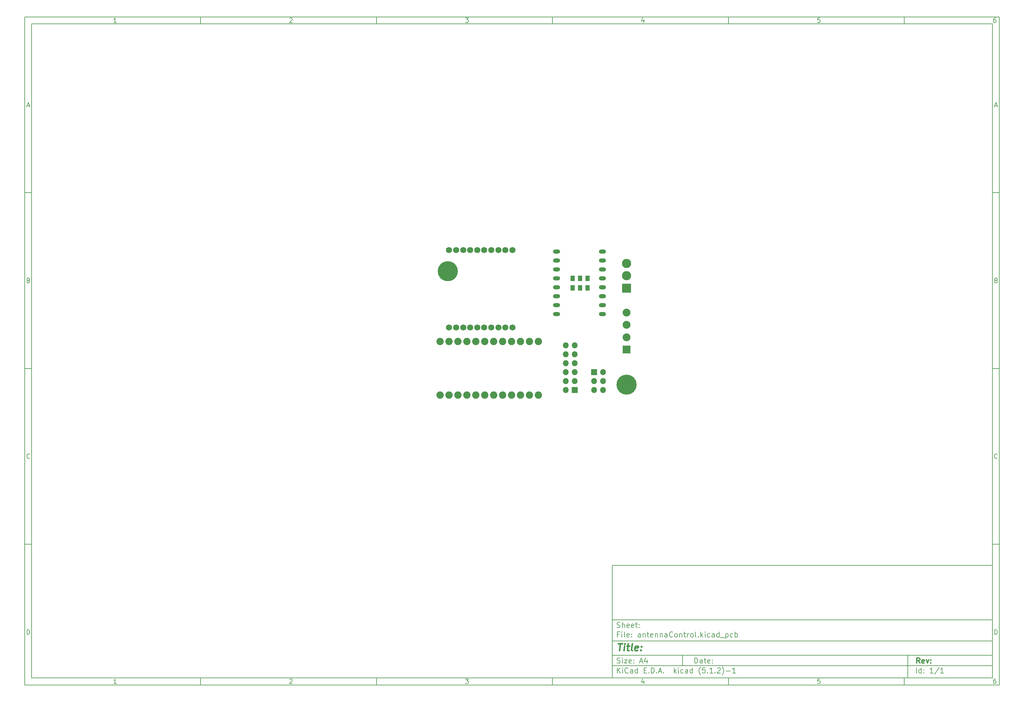
<source format=gbr>
G04 #@! TF.GenerationSoftware,KiCad,Pcbnew,(5.1.2)-1*
G04 #@! TF.CreationDate,2019-05-31T19:05:37+02:00*
G04 #@! TF.ProjectId,antennaControl,616e7465-6e6e-4614-936f-6e74726f6c2e,rev?*
G04 #@! TF.SameCoordinates,Original*
G04 #@! TF.FileFunction,Soldermask,Top*
G04 #@! TF.FilePolarity,Negative*
%FSLAX46Y46*%
G04 Gerber Fmt 4.6, Leading zero omitted, Abs format (unit mm)*
G04 Created by KiCad (PCBNEW (5.1.2)-1) date 2019-05-31 19:05:37*
%MOMM*%
%LPD*%
G04 APERTURE LIST*
%ADD10C,0.100000*%
%ADD11C,0.150000*%
%ADD12C,0.300000*%
%ADD13C,0.400000*%
%ADD14C,5.700000*%
%ADD15C,1.727200*%
%ADD16C,2.082800*%
%ADD17R,2.616200X2.616200*%
%ADD18C,2.616200*%
%ADD19O,2.000000X1.200000*%
%ADD20R,1.700000X1.700000*%
%ADD21O,1.700000X1.700000*%
%ADD22R,1.300000X1.500000*%
%ADD23R,2.235200X2.235200*%
%ADD24C,2.235200*%
G04 APERTURE END LIST*
D10*
D11*
X177002200Y-166007200D02*
X177002200Y-198007200D01*
X285002200Y-198007200D01*
X285002200Y-166007200D01*
X177002200Y-166007200D01*
D10*
D11*
X10000000Y-10000000D02*
X10000000Y-200007200D01*
X287002200Y-200007200D01*
X287002200Y-10000000D01*
X10000000Y-10000000D01*
D10*
D11*
X12000000Y-12000000D02*
X12000000Y-198007200D01*
X285002200Y-198007200D01*
X285002200Y-12000000D01*
X12000000Y-12000000D01*
D10*
D11*
X60000000Y-12000000D02*
X60000000Y-10000000D01*
D10*
D11*
X110000000Y-12000000D02*
X110000000Y-10000000D01*
D10*
D11*
X160000000Y-12000000D02*
X160000000Y-10000000D01*
D10*
D11*
X210000000Y-12000000D02*
X210000000Y-10000000D01*
D10*
D11*
X260000000Y-12000000D02*
X260000000Y-10000000D01*
D10*
D11*
X36065476Y-11588095D02*
X35322619Y-11588095D01*
X35694047Y-11588095D02*
X35694047Y-10288095D01*
X35570238Y-10473809D01*
X35446428Y-10597619D01*
X35322619Y-10659523D01*
D10*
D11*
X85322619Y-10411904D02*
X85384523Y-10350000D01*
X85508333Y-10288095D01*
X85817857Y-10288095D01*
X85941666Y-10350000D01*
X86003571Y-10411904D01*
X86065476Y-10535714D01*
X86065476Y-10659523D01*
X86003571Y-10845238D01*
X85260714Y-11588095D01*
X86065476Y-11588095D01*
D10*
D11*
X135260714Y-10288095D02*
X136065476Y-10288095D01*
X135632142Y-10783333D01*
X135817857Y-10783333D01*
X135941666Y-10845238D01*
X136003571Y-10907142D01*
X136065476Y-11030952D01*
X136065476Y-11340476D01*
X136003571Y-11464285D01*
X135941666Y-11526190D01*
X135817857Y-11588095D01*
X135446428Y-11588095D01*
X135322619Y-11526190D01*
X135260714Y-11464285D01*
D10*
D11*
X185941666Y-10721428D02*
X185941666Y-11588095D01*
X185632142Y-10226190D02*
X185322619Y-11154761D01*
X186127380Y-11154761D01*
D10*
D11*
X236003571Y-10288095D02*
X235384523Y-10288095D01*
X235322619Y-10907142D01*
X235384523Y-10845238D01*
X235508333Y-10783333D01*
X235817857Y-10783333D01*
X235941666Y-10845238D01*
X236003571Y-10907142D01*
X236065476Y-11030952D01*
X236065476Y-11340476D01*
X236003571Y-11464285D01*
X235941666Y-11526190D01*
X235817857Y-11588095D01*
X235508333Y-11588095D01*
X235384523Y-11526190D01*
X235322619Y-11464285D01*
D10*
D11*
X285941666Y-10288095D02*
X285694047Y-10288095D01*
X285570238Y-10350000D01*
X285508333Y-10411904D01*
X285384523Y-10597619D01*
X285322619Y-10845238D01*
X285322619Y-11340476D01*
X285384523Y-11464285D01*
X285446428Y-11526190D01*
X285570238Y-11588095D01*
X285817857Y-11588095D01*
X285941666Y-11526190D01*
X286003571Y-11464285D01*
X286065476Y-11340476D01*
X286065476Y-11030952D01*
X286003571Y-10907142D01*
X285941666Y-10845238D01*
X285817857Y-10783333D01*
X285570238Y-10783333D01*
X285446428Y-10845238D01*
X285384523Y-10907142D01*
X285322619Y-11030952D01*
D10*
D11*
X60000000Y-198007200D02*
X60000000Y-200007200D01*
D10*
D11*
X110000000Y-198007200D02*
X110000000Y-200007200D01*
D10*
D11*
X160000000Y-198007200D02*
X160000000Y-200007200D01*
D10*
D11*
X210000000Y-198007200D02*
X210000000Y-200007200D01*
D10*
D11*
X260000000Y-198007200D02*
X260000000Y-200007200D01*
D10*
D11*
X36065476Y-199595295D02*
X35322619Y-199595295D01*
X35694047Y-199595295D02*
X35694047Y-198295295D01*
X35570238Y-198481009D01*
X35446428Y-198604819D01*
X35322619Y-198666723D01*
D10*
D11*
X85322619Y-198419104D02*
X85384523Y-198357200D01*
X85508333Y-198295295D01*
X85817857Y-198295295D01*
X85941666Y-198357200D01*
X86003571Y-198419104D01*
X86065476Y-198542914D01*
X86065476Y-198666723D01*
X86003571Y-198852438D01*
X85260714Y-199595295D01*
X86065476Y-199595295D01*
D10*
D11*
X135260714Y-198295295D02*
X136065476Y-198295295D01*
X135632142Y-198790533D01*
X135817857Y-198790533D01*
X135941666Y-198852438D01*
X136003571Y-198914342D01*
X136065476Y-199038152D01*
X136065476Y-199347676D01*
X136003571Y-199471485D01*
X135941666Y-199533390D01*
X135817857Y-199595295D01*
X135446428Y-199595295D01*
X135322619Y-199533390D01*
X135260714Y-199471485D01*
D10*
D11*
X185941666Y-198728628D02*
X185941666Y-199595295D01*
X185632142Y-198233390D02*
X185322619Y-199161961D01*
X186127380Y-199161961D01*
D10*
D11*
X236003571Y-198295295D02*
X235384523Y-198295295D01*
X235322619Y-198914342D01*
X235384523Y-198852438D01*
X235508333Y-198790533D01*
X235817857Y-198790533D01*
X235941666Y-198852438D01*
X236003571Y-198914342D01*
X236065476Y-199038152D01*
X236065476Y-199347676D01*
X236003571Y-199471485D01*
X235941666Y-199533390D01*
X235817857Y-199595295D01*
X235508333Y-199595295D01*
X235384523Y-199533390D01*
X235322619Y-199471485D01*
D10*
D11*
X285941666Y-198295295D02*
X285694047Y-198295295D01*
X285570238Y-198357200D01*
X285508333Y-198419104D01*
X285384523Y-198604819D01*
X285322619Y-198852438D01*
X285322619Y-199347676D01*
X285384523Y-199471485D01*
X285446428Y-199533390D01*
X285570238Y-199595295D01*
X285817857Y-199595295D01*
X285941666Y-199533390D01*
X286003571Y-199471485D01*
X286065476Y-199347676D01*
X286065476Y-199038152D01*
X286003571Y-198914342D01*
X285941666Y-198852438D01*
X285817857Y-198790533D01*
X285570238Y-198790533D01*
X285446428Y-198852438D01*
X285384523Y-198914342D01*
X285322619Y-199038152D01*
D10*
D11*
X10000000Y-60000000D02*
X12000000Y-60000000D01*
D10*
D11*
X10000000Y-110000000D02*
X12000000Y-110000000D01*
D10*
D11*
X10000000Y-160000000D02*
X12000000Y-160000000D01*
D10*
D11*
X10690476Y-35216666D02*
X11309523Y-35216666D01*
X10566666Y-35588095D02*
X11000000Y-34288095D01*
X11433333Y-35588095D01*
D10*
D11*
X11092857Y-84907142D02*
X11278571Y-84969047D01*
X11340476Y-85030952D01*
X11402380Y-85154761D01*
X11402380Y-85340476D01*
X11340476Y-85464285D01*
X11278571Y-85526190D01*
X11154761Y-85588095D01*
X10659523Y-85588095D01*
X10659523Y-84288095D01*
X11092857Y-84288095D01*
X11216666Y-84350000D01*
X11278571Y-84411904D01*
X11340476Y-84535714D01*
X11340476Y-84659523D01*
X11278571Y-84783333D01*
X11216666Y-84845238D01*
X11092857Y-84907142D01*
X10659523Y-84907142D01*
D10*
D11*
X11402380Y-135464285D02*
X11340476Y-135526190D01*
X11154761Y-135588095D01*
X11030952Y-135588095D01*
X10845238Y-135526190D01*
X10721428Y-135402380D01*
X10659523Y-135278571D01*
X10597619Y-135030952D01*
X10597619Y-134845238D01*
X10659523Y-134597619D01*
X10721428Y-134473809D01*
X10845238Y-134350000D01*
X11030952Y-134288095D01*
X11154761Y-134288095D01*
X11340476Y-134350000D01*
X11402380Y-134411904D01*
D10*
D11*
X10659523Y-185588095D02*
X10659523Y-184288095D01*
X10969047Y-184288095D01*
X11154761Y-184350000D01*
X11278571Y-184473809D01*
X11340476Y-184597619D01*
X11402380Y-184845238D01*
X11402380Y-185030952D01*
X11340476Y-185278571D01*
X11278571Y-185402380D01*
X11154761Y-185526190D01*
X10969047Y-185588095D01*
X10659523Y-185588095D01*
D10*
D11*
X287002200Y-60000000D02*
X285002200Y-60000000D01*
D10*
D11*
X287002200Y-110000000D02*
X285002200Y-110000000D01*
D10*
D11*
X287002200Y-160000000D02*
X285002200Y-160000000D01*
D10*
D11*
X285692676Y-35216666D02*
X286311723Y-35216666D01*
X285568866Y-35588095D02*
X286002200Y-34288095D01*
X286435533Y-35588095D01*
D10*
D11*
X286095057Y-84907142D02*
X286280771Y-84969047D01*
X286342676Y-85030952D01*
X286404580Y-85154761D01*
X286404580Y-85340476D01*
X286342676Y-85464285D01*
X286280771Y-85526190D01*
X286156961Y-85588095D01*
X285661723Y-85588095D01*
X285661723Y-84288095D01*
X286095057Y-84288095D01*
X286218866Y-84350000D01*
X286280771Y-84411904D01*
X286342676Y-84535714D01*
X286342676Y-84659523D01*
X286280771Y-84783333D01*
X286218866Y-84845238D01*
X286095057Y-84907142D01*
X285661723Y-84907142D01*
D10*
D11*
X286404580Y-135464285D02*
X286342676Y-135526190D01*
X286156961Y-135588095D01*
X286033152Y-135588095D01*
X285847438Y-135526190D01*
X285723628Y-135402380D01*
X285661723Y-135278571D01*
X285599819Y-135030952D01*
X285599819Y-134845238D01*
X285661723Y-134597619D01*
X285723628Y-134473809D01*
X285847438Y-134350000D01*
X286033152Y-134288095D01*
X286156961Y-134288095D01*
X286342676Y-134350000D01*
X286404580Y-134411904D01*
D10*
D11*
X285661723Y-185588095D02*
X285661723Y-184288095D01*
X285971247Y-184288095D01*
X286156961Y-184350000D01*
X286280771Y-184473809D01*
X286342676Y-184597619D01*
X286404580Y-184845238D01*
X286404580Y-185030952D01*
X286342676Y-185278571D01*
X286280771Y-185402380D01*
X286156961Y-185526190D01*
X285971247Y-185588095D01*
X285661723Y-185588095D01*
D10*
D11*
X200434342Y-193785771D02*
X200434342Y-192285771D01*
X200791485Y-192285771D01*
X201005771Y-192357200D01*
X201148628Y-192500057D01*
X201220057Y-192642914D01*
X201291485Y-192928628D01*
X201291485Y-193142914D01*
X201220057Y-193428628D01*
X201148628Y-193571485D01*
X201005771Y-193714342D01*
X200791485Y-193785771D01*
X200434342Y-193785771D01*
X202577200Y-193785771D02*
X202577200Y-193000057D01*
X202505771Y-192857200D01*
X202362914Y-192785771D01*
X202077200Y-192785771D01*
X201934342Y-192857200D01*
X202577200Y-193714342D02*
X202434342Y-193785771D01*
X202077200Y-193785771D01*
X201934342Y-193714342D01*
X201862914Y-193571485D01*
X201862914Y-193428628D01*
X201934342Y-193285771D01*
X202077200Y-193214342D01*
X202434342Y-193214342D01*
X202577200Y-193142914D01*
X203077200Y-192785771D02*
X203648628Y-192785771D01*
X203291485Y-192285771D02*
X203291485Y-193571485D01*
X203362914Y-193714342D01*
X203505771Y-193785771D01*
X203648628Y-193785771D01*
X204720057Y-193714342D02*
X204577200Y-193785771D01*
X204291485Y-193785771D01*
X204148628Y-193714342D01*
X204077200Y-193571485D01*
X204077200Y-193000057D01*
X204148628Y-192857200D01*
X204291485Y-192785771D01*
X204577200Y-192785771D01*
X204720057Y-192857200D01*
X204791485Y-193000057D01*
X204791485Y-193142914D01*
X204077200Y-193285771D01*
X205434342Y-193642914D02*
X205505771Y-193714342D01*
X205434342Y-193785771D01*
X205362914Y-193714342D01*
X205434342Y-193642914D01*
X205434342Y-193785771D01*
X205434342Y-192857200D02*
X205505771Y-192928628D01*
X205434342Y-193000057D01*
X205362914Y-192928628D01*
X205434342Y-192857200D01*
X205434342Y-193000057D01*
D10*
D11*
X177002200Y-194507200D02*
X285002200Y-194507200D01*
D10*
D11*
X178434342Y-196585771D02*
X178434342Y-195085771D01*
X179291485Y-196585771D02*
X178648628Y-195728628D01*
X179291485Y-195085771D02*
X178434342Y-195942914D01*
X179934342Y-196585771D02*
X179934342Y-195585771D01*
X179934342Y-195085771D02*
X179862914Y-195157200D01*
X179934342Y-195228628D01*
X180005771Y-195157200D01*
X179934342Y-195085771D01*
X179934342Y-195228628D01*
X181505771Y-196442914D02*
X181434342Y-196514342D01*
X181220057Y-196585771D01*
X181077200Y-196585771D01*
X180862914Y-196514342D01*
X180720057Y-196371485D01*
X180648628Y-196228628D01*
X180577200Y-195942914D01*
X180577200Y-195728628D01*
X180648628Y-195442914D01*
X180720057Y-195300057D01*
X180862914Y-195157200D01*
X181077200Y-195085771D01*
X181220057Y-195085771D01*
X181434342Y-195157200D01*
X181505771Y-195228628D01*
X182791485Y-196585771D02*
X182791485Y-195800057D01*
X182720057Y-195657200D01*
X182577200Y-195585771D01*
X182291485Y-195585771D01*
X182148628Y-195657200D01*
X182791485Y-196514342D02*
X182648628Y-196585771D01*
X182291485Y-196585771D01*
X182148628Y-196514342D01*
X182077200Y-196371485D01*
X182077200Y-196228628D01*
X182148628Y-196085771D01*
X182291485Y-196014342D01*
X182648628Y-196014342D01*
X182791485Y-195942914D01*
X184148628Y-196585771D02*
X184148628Y-195085771D01*
X184148628Y-196514342D02*
X184005771Y-196585771D01*
X183720057Y-196585771D01*
X183577200Y-196514342D01*
X183505771Y-196442914D01*
X183434342Y-196300057D01*
X183434342Y-195871485D01*
X183505771Y-195728628D01*
X183577200Y-195657200D01*
X183720057Y-195585771D01*
X184005771Y-195585771D01*
X184148628Y-195657200D01*
X186005771Y-195800057D02*
X186505771Y-195800057D01*
X186720057Y-196585771D02*
X186005771Y-196585771D01*
X186005771Y-195085771D01*
X186720057Y-195085771D01*
X187362914Y-196442914D02*
X187434342Y-196514342D01*
X187362914Y-196585771D01*
X187291485Y-196514342D01*
X187362914Y-196442914D01*
X187362914Y-196585771D01*
X188077200Y-196585771D02*
X188077200Y-195085771D01*
X188434342Y-195085771D01*
X188648628Y-195157200D01*
X188791485Y-195300057D01*
X188862914Y-195442914D01*
X188934342Y-195728628D01*
X188934342Y-195942914D01*
X188862914Y-196228628D01*
X188791485Y-196371485D01*
X188648628Y-196514342D01*
X188434342Y-196585771D01*
X188077200Y-196585771D01*
X189577200Y-196442914D02*
X189648628Y-196514342D01*
X189577200Y-196585771D01*
X189505771Y-196514342D01*
X189577200Y-196442914D01*
X189577200Y-196585771D01*
X190220057Y-196157200D02*
X190934342Y-196157200D01*
X190077200Y-196585771D02*
X190577200Y-195085771D01*
X191077200Y-196585771D01*
X191577200Y-196442914D02*
X191648628Y-196514342D01*
X191577200Y-196585771D01*
X191505771Y-196514342D01*
X191577200Y-196442914D01*
X191577200Y-196585771D01*
X194577200Y-196585771D02*
X194577200Y-195085771D01*
X194720057Y-196014342D02*
X195148628Y-196585771D01*
X195148628Y-195585771D02*
X194577200Y-196157200D01*
X195791485Y-196585771D02*
X195791485Y-195585771D01*
X195791485Y-195085771D02*
X195720057Y-195157200D01*
X195791485Y-195228628D01*
X195862914Y-195157200D01*
X195791485Y-195085771D01*
X195791485Y-195228628D01*
X197148628Y-196514342D02*
X197005771Y-196585771D01*
X196720057Y-196585771D01*
X196577200Y-196514342D01*
X196505771Y-196442914D01*
X196434342Y-196300057D01*
X196434342Y-195871485D01*
X196505771Y-195728628D01*
X196577200Y-195657200D01*
X196720057Y-195585771D01*
X197005771Y-195585771D01*
X197148628Y-195657200D01*
X198434342Y-196585771D02*
X198434342Y-195800057D01*
X198362914Y-195657200D01*
X198220057Y-195585771D01*
X197934342Y-195585771D01*
X197791485Y-195657200D01*
X198434342Y-196514342D02*
X198291485Y-196585771D01*
X197934342Y-196585771D01*
X197791485Y-196514342D01*
X197720057Y-196371485D01*
X197720057Y-196228628D01*
X197791485Y-196085771D01*
X197934342Y-196014342D01*
X198291485Y-196014342D01*
X198434342Y-195942914D01*
X199791485Y-196585771D02*
X199791485Y-195085771D01*
X199791485Y-196514342D02*
X199648628Y-196585771D01*
X199362914Y-196585771D01*
X199220057Y-196514342D01*
X199148628Y-196442914D01*
X199077200Y-196300057D01*
X199077200Y-195871485D01*
X199148628Y-195728628D01*
X199220057Y-195657200D01*
X199362914Y-195585771D01*
X199648628Y-195585771D01*
X199791485Y-195657200D01*
X202077200Y-197157200D02*
X202005771Y-197085771D01*
X201862914Y-196871485D01*
X201791485Y-196728628D01*
X201720057Y-196514342D01*
X201648628Y-196157200D01*
X201648628Y-195871485D01*
X201720057Y-195514342D01*
X201791485Y-195300057D01*
X201862914Y-195157200D01*
X202005771Y-194942914D01*
X202077200Y-194871485D01*
X203362914Y-195085771D02*
X202648628Y-195085771D01*
X202577200Y-195800057D01*
X202648628Y-195728628D01*
X202791485Y-195657200D01*
X203148628Y-195657200D01*
X203291485Y-195728628D01*
X203362914Y-195800057D01*
X203434342Y-195942914D01*
X203434342Y-196300057D01*
X203362914Y-196442914D01*
X203291485Y-196514342D01*
X203148628Y-196585771D01*
X202791485Y-196585771D01*
X202648628Y-196514342D01*
X202577200Y-196442914D01*
X204077200Y-196442914D02*
X204148628Y-196514342D01*
X204077200Y-196585771D01*
X204005771Y-196514342D01*
X204077200Y-196442914D01*
X204077200Y-196585771D01*
X205577200Y-196585771D02*
X204720057Y-196585771D01*
X205148628Y-196585771D02*
X205148628Y-195085771D01*
X205005771Y-195300057D01*
X204862914Y-195442914D01*
X204720057Y-195514342D01*
X206220057Y-196442914D02*
X206291485Y-196514342D01*
X206220057Y-196585771D01*
X206148628Y-196514342D01*
X206220057Y-196442914D01*
X206220057Y-196585771D01*
X206862914Y-195228628D02*
X206934342Y-195157200D01*
X207077200Y-195085771D01*
X207434342Y-195085771D01*
X207577200Y-195157200D01*
X207648628Y-195228628D01*
X207720057Y-195371485D01*
X207720057Y-195514342D01*
X207648628Y-195728628D01*
X206791485Y-196585771D01*
X207720057Y-196585771D01*
X208220057Y-197157200D02*
X208291485Y-197085771D01*
X208434342Y-196871485D01*
X208505771Y-196728628D01*
X208577200Y-196514342D01*
X208648628Y-196157200D01*
X208648628Y-195871485D01*
X208577200Y-195514342D01*
X208505771Y-195300057D01*
X208434342Y-195157200D01*
X208291485Y-194942914D01*
X208220057Y-194871485D01*
X209362914Y-196014342D02*
X210505771Y-196014342D01*
X212005771Y-196585771D02*
X211148628Y-196585771D01*
X211577200Y-196585771D02*
X211577200Y-195085771D01*
X211434342Y-195300057D01*
X211291485Y-195442914D01*
X211148628Y-195514342D01*
D10*
D11*
X177002200Y-191507200D02*
X285002200Y-191507200D01*
D10*
D12*
X264411485Y-193785771D02*
X263911485Y-193071485D01*
X263554342Y-193785771D02*
X263554342Y-192285771D01*
X264125771Y-192285771D01*
X264268628Y-192357200D01*
X264340057Y-192428628D01*
X264411485Y-192571485D01*
X264411485Y-192785771D01*
X264340057Y-192928628D01*
X264268628Y-193000057D01*
X264125771Y-193071485D01*
X263554342Y-193071485D01*
X265625771Y-193714342D02*
X265482914Y-193785771D01*
X265197200Y-193785771D01*
X265054342Y-193714342D01*
X264982914Y-193571485D01*
X264982914Y-193000057D01*
X265054342Y-192857200D01*
X265197200Y-192785771D01*
X265482914Y-192785771D01*
X265625771Y-192857200D01*
X265697200Y-193000057D01*
X265697200Y-193142914D01*
X264982914Y-193285771D01*
X266197200Y-192785771D02*
X266554342Y-193785771D01*
X266911485Y-192785771D01*
X267482914Y-193642914D02*
X267554342Y-193714342D01*
X267482914Y-193785771D01*
X267411485Y-193714342D01*
X267482914Y-193642914D01*
X267482914Y-193785771D01*
X267482914Y-192857200D02*
X267554342Y-192928628D01*
X267482914Y-193000057D01*
X267411485Y-192928628D01*
X267482914Y-192857200D01*
X267482914Y-193000057D01*
D10*
D11*
X178362914Y-193714342D02*
X178577200Y-193785771D01*
X178934342Y-193785771D01*
X179077200Y-193714342D01*
X179148628Y-193642914D01*
X179220057Y-193500057D01*
X179220057Y-193357200D01*
X179148628Y-193214342D01*
X179077200Y-193142914D01*
X178934342Y-193071485D01*
X178648628Y-193000057D01*
X178505771Y-192928628D01*
X178434342Y-192857200D01*
X178362914Y-192714342D01*
X178362914Y-192571485D01*
X178434342Y-192428628D01*
X178505771Y-192357200D01*
X178648628Y-192285771D01*
X179005771Y-192285771D01*
X179220057Y-192357200D01*
X179862914Y-193785771D02*
X179862914Y-192785771D01*
X179862914Y-192285771D02*
X179791485Y-192357200D01*
X179862914Y-192428628D01*
X179934342Y-192357200D01*
X179862914Y-192285771D01*
X179862914Y-192428628D01*
X180434342Y-192785771D02*
X181220057Y-192785771D01*
X180434342Y-193785771D01*
X181220057Y-193785771D01*
X182362914Y-193714342D02*
X182220057Y-193785771D01*
X181934342Y-193785771D01*
X181791485Y-193714342D01*
X181720057Y-193571485D01*
X181720057Y-193000057D01*
X181791485Y-192857200D01*
X181934342Y-192785771D01*
X182220057Y-192785771D01*
X182362914Y-192857200D01*
X182434342Y-193000057D01*
X182434342Y-193142914D01*
X181720057Y-193285771D01*
X183077200Y-193642914D02*
X183148628Y-193714342D01*
X183077200Y-193785771D01*
X183005771Y-193714342D01*
X183077200Y-193642914D01*
X183077200Y-193785771D01*
X183077200Y-192857200D02*
X183148628Y-192928628D01*
X183077200Y-193000057D01*
X183005771Y-192928628D01*
X183077200Y-192857200D01*
X183077200Y-193000057D01*
X184862914Y-193357200D02*
X185577200Y-193357200D01*
X184720057Y-193785771D02*
X185220057Y-192285771D01*
X185720057Y-193785771D01*
X186862914Y-192785771D02*
X186862914Y-193785771D01*
X186505771Y-192214342D02*
X186148628Y-193285771D01*
X187077200Y-193285771D01*
D10*
D11*
X263434342Y-196585771D02*
X263434342Y-195085771D01*
X264791485Y-196585771D02*
X264791485Y-195085771D01*
X264791485Y-196514342D02*
X264648628Y-196585771D01*
X264362914Y-196585771D01*
X264220057Y-196514342D01*
X264148628Y-196442914D01*
X264077200Y-196300057D01*
X264077200Y-195871485D01*
X264148628Y-195728628D01*
X264220057Y-195657200D01*
X264362914Y-195585771D01*
X264648628Y-195585771D01*
X264791485Y-195657200D01*
X265505771Y-196442914D02*
X265577200Y-196514342D01*
X265505771Y-196585771D01*
X265434342Y-196514342D01*
X265505771Y-196442914D01*
X265505771Y-196585771D01*
X265505771Y-195657200D02*
X265577200Y-195728628D01*
X265505771Y-195800057D01*
X265434342Y-195728628D01*
X265505771Y-195657200D01*
X265505771Y-195800057D01*
X268148628Y-196585771D02*
X267291485Y-196585771D01*
X267720057Y-196585771D02*
X267720057Y-195085771D01*
X267577200Y-195300057D01*
X267434342Y-195442914D01*
X267291485Y-195514342D01*
X269862914Y-195014342D02*
X268577200Y-196942914D01*
X271148628Y-196585771D02*
X270291485Y-196585771D01*
X270720057Y-196585771D02*
X270720057Y-195085771D01*
X270577200Y-195300057D01*
X270434342Y-195442914D01*
X270291485Y-195514342D01*
D10*
D11*
X177002200Y-187507200D02*
X285002200Y-187507200D01*
D10*
D13*
X178714580Y-188211961D02*
X179857438Y-188211961D01*
X179036009Y-190211961D02*
X179286009Y-188211961D01*
X180274104Y-190211961D02*
X180440771Y-188878628D01*
X180524104Y-188211961D02*
X180416961Y-188307200D01*
X180500295Y-188402438D01*
X180607438Y-188307200D01*
X180524104Y-188211961D01*
X180500295Y-188402438D01*
X181107438Y-188878628D02*
X181869342Y-188878628D01*
X181476485Y-188211961D02*
X181262200Y-189926247D01*
X181333628Y-190116723D01*
X181512200Y-190211961D01*
X181702676Y-190211961D01*
X182655057Y-190211961D02*
X182476485Y-190116723D01*
X182405057Y-189926247D01*
X182619342Y-188211961D01*
X184190771Y-190116723D02*
X183988390Y-190211961D01*
X183607438Y-190211961D01*
X183428866Y-190116723D01*
X183357438Y-189926247D01*
X183452676Y-189164342D01*
X183571723Y-188973866D01*
X183774104Y-188878628D01*
X184155057Y-188878628D01*
X184333628Y-188973866D01*
X184405057Y-189164342D01*
X184381247Y-189354819D01*
X183405057Y-189545295D01*
X185155057Y-190021485D02*
X185238390Y-190116723D01*
X185131247Y-190211961D01*
X185047914Y-190116723D01*
X185155057Y-190021485D01*
X185131247Y-190211961D01*
X185286009Y-188973866D02*
X185369342Y-189069104D01*
X185262200Y-189164342D01*
X185178866Y-189069104D01*
X185286009Y-188973866D01*
X185262200Y-189164342D01*
D10*
D11*
X178934342Y-185600057D02*
X178434342Y-185600057D01*
X178434342Y-186385771D02*
X178434342Y-184885771D01*
X179148628Y-184885771D01*
X179720057Y-186385771D02*
X179720057Y-185385771D01*
X179720057Y-184885771D02*
X179648628Y-184957200D01*
X179720057Y-185028628D01*
X179791485Y-184957200D01*
X179720057Y-184885771D01*
X179720057Y-185028628D01*
X180648628Y-186385771D02*
X180505771Y-186314342D01*
X180434342Y-186171485D01*
X180434342Y-184885771D01*
X181791485Y-186314342D02*
X181648628Y-186385771D01*
X181362914Y-186385771D01*
X181220057Y-186314342D01*
X181148628Y-186171485D01*
X181148628Y-185600057D01*
X181220057Y-185457200D01*
X181362914Y-185385771D01*
X181648628Y-185385771D01*
X181791485Y-185457200D01*
X181862914Y-185600057D01*
X181862914Y-185742914D01*
X181148628Y-185885771D01*
X182505771Y-186242914D02*
X182577200Y-186314342D01*
X182505771Y-186385771D01*
X182434342Y-186314342D01*
X182505771Y-186242914D01*
X182505771Y-186385771D01*
X182505771Y-185457200D02*
X182577200Y-185528628D01*
X182505771Y-185600057D01*
X182434342Y-185528628D01*
X182505771Y-185457200D01*
X182505771Y-185600057D01*
X185005771Y-186385771D02*
X185005771Y-185600057D01*
X184934342Y-185457200D01*
X184791485Y-185385771D01*
X184505771Y-185385771D01*
X184362914Y-185457200D01*
X185005771Y-186314342D02*
X184862914Y-186385771D01*
X184505771Y-186385771D01*
X184362914Y-186314342D01*
X184291485Y-186171485D01*
X184291485Y-186028628D01*
X184362914Y-185885771D01*
X184505771Y-185814342D01*
X184862914Y-185814342D01*
X185005771Y-185742914D01*
X185720057Y-185385771D02*
X185720057Y-186385771D01*
X185720057Y-185528628D02*
X185791485Y-185457200D01*
X185934342Y-185385771D01*
X186148628Y-185385771D01*
X186291485Y-185457200D01*
X186362914Y-185600057D01*
X186362914Y-186385771D01*
X186862914Y-185385771D02*
X187434342Y-185385771D01*
X187077200Y-184885771D02*
X187077200Y-186171485D01*
X187148628Y-186314342D01*
X187291485Y-186385771D01*
X187434342Y-186385771D01*
X188505771Y-186314342D02*
X188362914Y-186385771D01*
X188077200Y-186385771D01*
X187934342Y-186314342D01*
X187862914Y-186171485D01*
X187862914Y-185600057D01*
X187934342Y-185457200D01*
X188077200Y-185385771D01*
X188362914Y-185385771D01*
X188505771Y-185457200D01*
X188577200Y-185600057D01*
X188577200Y-185742914D01*
X187862914Y-185885771D01*
X189220057Y-185385771D02*
X189220057Y-186385771D01*
X189220057Y-185528628D02*
X189291485Y-185457200D01*
X189434342Y-185385771D01*
X189648628Y-185385771D01*
X189791485Y-185457200D01*
X189862914Y-185600057D01*
X189862914Y-186385771D01*
X190577200Y-185385771D02*
X190577200Y-186385771D01*
X190577200Y-185528628D02*
X190648628Y-185457200D01*
X190791485Y-185385771D01*
X191005771Y-185385771D01*
X191148628Y-185457200D01*
X191220057Y-185600057D01*
X191220057Y-186385771D01*
X192577200Y-186385771D02*
X192577200Y-185600057D01*
X192505771Y-185457200D01*
X192362914Y-185385771D01*
X192077200Y-185385771D01*
X191934342Y-185457200D01*
X192577200Y-186314342D02*
X192434342Y-186385771D01*
X192077200Y-186385771D01*
X191934342Y-186314342D01*
X191862914Y-186171485D01*
X191862914Y-186028628D01*
X191934342Y-185885771D01*
X192077200Y-185814342D01*
X192434342Y-185814342D01*
X192577200Y-185742914D01*
X194148628Y-186242914D02*
X194077200Y-186314342D01*
X193862914Y-186385771D01*
X193720057Y-186385771D01*
X193505771Y-186314342D01*
X193362914Y-186171485D01*
X193291485Y-186028628D01*
X193220057Y-185742914D01*
X193220057Y-185528628D01*
X193291485Y-185242914D01*
X193362914Y-185100057D01*
X193505771Y-184957200D01*
X193720057Y-184885771D01*
X193862914Y-184885771D01*
X194077200Y-184957200D01*
X194148628Y-185028628D01*
X195005771Y-186385771D02*
X194862914Y-186314342D01*
X194791485Y-186242914D01*
X194720057Y-186100057D01*
X194720057Y-185671485D01*
X194791485Y-185528628D01*
X194862914Y-185457200D01*
X195005771Y-185385771D01*
X195220057Y-185385771D01*
X195362914Y-185457200D01*
X195434342Y-185528628D01*
X195505771Y-185671485D01*
X195505771Y-186100057D01*
X195434342Y-186242914D01*
X195362914Y-186314342D01*
X195220057Y-186385771D01*
X195005771Y-186385771D01*
X196148628Y-185385771D02*
X196148628Y-186385771D01*
X196148628Y-185528628D02*
X196220057Y-185457200D01*
X196362914Y-185385771D01*
X196577200Y-185385771D01*
X196720057Y-185457200D01*
X196791485Y-185600057D01*
X196791485Y-186385771D01*
X197291485Y-185385771D02*
X197862914Y-185385771D01*
X197505771Y-184885771D02*
X197505771Y-186171485D01*
X197577200Y-186314342D01*
X197720057Y-186385771D01*
X197862914Y-186385771D01*
X198362914Y-186385771D02*
X198362914Y-185385771D01*
X198362914Y-185671485D02*
X198434342Y-185528628D01*
X198505771Y-185457200D01*
X198648628Y-185385771D01*
X198791485Y-185385771D01*
X199505771Y-186385771D02*
X199362914Y-186314342D01*
X199291485Y-186242914D01*
X199220057Y-186100057D01*
X199220057Y-185671485D01*
X199291485Y-185528628D01*
X199362914Y-185457200D01*
X199505771Y-185385771D01*
X199720057Y-185385771D01*
X199862914Y-185457200D01*
X199934342Y-185528628D01*
X200005771Y-185671485D01*
X200005771Y-186100057D01*
X199934342Y-186242914D01*
X199862914Y-186314342D01*
X199720057Y-186385771D01*
X199505771Y-186385771D01*
X200862914Y-186385771D02*
X200720057Y-186314342D01*
X200648628Y-186171485D01*
X200648628Y-184885771D01*
X201434342Y-186242914D02*
X201505771Y-186314342D01*
X201434342Y-186385771D01*
X201362914Y-186314342D01*
X201434342Y-186242914D01*
X201434342Y-186385771D01*
X202148628Y-186385771D02*
X202148628Y-184885771D01*
X202291485Y-185814342D02*
X202720057Y-186385771D01*
X202720057Y-185385771D02*
X202148628Y-185957200D01*
X203362914Y-186385771D02*
X203362914Y-185385771D01*
X203362914Y-184885771D02*
X203291485Y-184957200D01*
X203362914Y-185028628D01*
X203434342Y-184957200D01*
X203362914Y-184885771D01*
X203362914Y-185028628D01*
X204720057Y-186314342D02*
X204577200Y-186385771D01*
X204291485Y-186385771D01*
X204148628Y-186314342D01*
X204077200Y-186242914D01*
X204005771Y-186100057D01*
X204005771Y-185671485D01*
X204077200Y-185528628D01*
X204148628Y-185457200D01*
X204291485Y-185385771D01*
X204577200Y-185385771D01*
X204720057Y-185457200D01*
X206005771Y-186385771D02*
X206005771Y-185600057D01*
X205934342Y-185457200D01*
X205791485Y-185385771D01*
X205505771Y-185385771D01*
X205362914Y-185457200D01*
X206005771Y-186314342D02*
X205862914Y-186385771D01*
X205505771Y-186385771D01*
X205362914Y-186314342D01*
X205291485Y-186171485D01*
X205291485Y-186028628D01*
X205362914Y-185885771D01*
X205505771Y-185814342D01*
X205862914Y-185814342D01*
X206005771Y-185742914D01*
X207362914Y-186385771D02*
X207362914Y-184885771D01*
X207362914Y-186314342D02*
X207220057Y-186385771D01*
X206934342Y-186385771D01*
X206791485Y-186314342D01*
X206720057Y-186242914D01*
X206648628Y-186100057D01*
X206648628Y-185671485D01*
X206720057Y-185528628D01*
X206791485Y-185457200D01*
X206934342Y-185385771D01*
X207220057Y-185385771D01*
X207362914Y-185457200D01*
X207720057Y-186528628D02*
X208862914Y-186528628D01*
X209220057Y-185385771D02*
X209220057Y-186885771D01*
X209220057Y-185457200D02*
X209362914Y-185385771D01*
X209648628Y-185385771D01*
X209791485Y-185457200D01*
X209862914Y-185528628D01*
X209934342Y-185671485D01*
X209934342Y-186100057D01*
X209862914Y-186242914D01*
X209791485Y-186314342D01*
X209648628Y-186385771D01*
X209362914Y-186385771D01*
X209220057Y-186314342D01*
X211220057Y-186314342D02*
X211077200Y-186385771D01*
X210791485Y-186385771D01*
X210648628Y-186314342D01*
X210577200Y-186242914D01*
X210505771Y-186100057D01*
X210505771Y-185671485D01*
X210577200Y-185528628D01*
X210648628Y-185457200D01*
X210791485Y-185385771D01*
X211077200Y-185385771D01*
X211220057Y-185457200D01*
X211862914Y-186385771D02*
X211862914Y-184885771D01*
X211862914Y-185457200D02*
X212005771Y-185385771D01*
X212291485Y-185385771D01*
X212434342Y-185457200D01*
X212505771Y-185528628D01*
X212577200Y-185671485D01*
X212577200Y-186100057D01*
X212505771Y-186242914D01*
X212434342Y-186314342D01*
X212291485Y-186385771D01*
X212005771Y-186385771D01*
X211862914Y-186314342D01*
D10*
D11*
X177002200Y-181507200D02*
X285002200Y-181507200D01*
D10*
D11*
X178362914Y-183614342D02*
X178577200Y-183685771D01*
X178934342Y-183685771D01*
X179077200Y-183614342D01*
X179148628Y-183542914D01*
X179220057Y-183400057D01*
X179220057Y-183257200D01*
X179148628Y-183114342D01*
X179077200Y-183042914D01*
X178934342Y-182971485D01*
X178648628Y-182900057D01*
X178505771Y-182828628D01*
X178434342Y-182757200D01*
X178362914Y-182614342D01*
X178362914Y-182471485D01*
X178434342Y-182328628D01*
X178505771Y-182257200D01*
X178648628Y-182185771D01*
X179005771Y-182185771D01*
X179220057Y-182257200D01*
X179862914Y-183685771D02*
X179862914Y-182185771D01*
X180505771Y-183685771D02*
X180505771Y-182900057D01*
X180434342Y-182757200D01*
X180291485Y-182685771D01*
X180077200Y-182685771D01*
X179934342Y-182757200D01*
X179862914Y-182828628D01*
X181791485Y-183614342D02*
X181648628Y-183685771D01*
X181362914Y-183685771D01*
X181220057Y-183614342D01*
X181148628Y-183471485D01*
X181148628Y-182900057D01*
X181220057Y-182757200D01*
X181362914Y-182685771D01*
X181648628Y-182685771D01*
X181791485Y-182757200D01*
X181862914Y-182900057D01*
X181862914Y-183042914D01*
X181148628Y-183185771D01*
X183077200Y-183614342D02*
X182934342Y-183685771D01*
X182648628Y-183685771D01*
X182505771Y-183614342D01*
X182434342Y-183471485D01*
X182434342Y-182900057D01*
X182505771Y-182757200D01*
X182648628Y-182685771D01*
X182934342Y-182685771D01*
X183077200Y-182757200D01*
X183148628Y-182900057D01*
X183148628Y-183042914D01*
X182434342Y-183185771D01*
X183577200Y-182685771D02*
X184148628Y-182685771D01*
X183791485Y-182185771D02*
X183791485Y-183471485D01*
X183862914Y-183614342D01*
X184005771Y-183685771D01*
X184148628Y-183685771D01*
X184648628Y-183542914D02*
X184720057Y-183614342D01*
X184648628Y-183685771D01*
X184577200Y-183614342D01*
X184648628Y-183542914D01*
X184648628Y-183685771D01*
X184648628Y-182757200D02*
X184720057Y-182828628D01*
X184648628Y-182900057D01*
X184577200Y-182828628D01*
X184648628Y-182757200D01*
X184648628Y-182900057D01*
D10*
D11*
X197002200Y-191507200D02*
X197002200Y-194507200D01*
D10*
D11*
X261002200Y-191507200D02*
X261002200Y-198007200D01*
D14*
X181038500Y-114554000D03*
X130238500Y-82296000D03*
D15*
X130619500Y-98333560D03*
X132621020Y-98333560D03*
X134620000Y-98333560D03*
X136621520Y-98333560D03*
X138620500Y-98333560D03*
X140619480Y-98333560D03*
X142621000Y-98333560D03*
X144619980Y-98333560D03*
X146621500Y-98333560D03*
X148620480Y-98333560D03*
X148620480Y-76337160D03*
X146621500Y-76337160D03*
X144619980Y-76337160D03*
X142621000Y-76337160D03*
X140619480Y-76337160D03*
X138620500Y-76337160D03*
X136621520Y-76337160D03*
X134620000Y-76337160D03*
X132621020Y-76337160D03*
X130619500Y-76337160D03*
D16*
X128079500Y-117518180D03*
X130619500Y-117518180D03*
X133159500Y-117518180D03*
X135699500Y-117518180D03*
X138239500Y-117518180D03*
X140779500Y-117518180D03*
X143319500Y-117518180D03*
X145859500Y-117518180D03*
X148399500Y-117518180D03*
X150939500Y-117518180D03*
X153479500Y-117518180D03*
X156019500Y-117518180D03*
X156019500Y-102278180D03*
X153479500Y-102278180D03*
X150939500Y-102278180D03*
X148399500Y-102278180D03*
X145859500Y-102278180D03*
X143319500Y-102278180D03*
X140779500Y-102278180D03*
X138239500Y-102278180D03*
X135699500Y-102278180D03*
X133159500Y-102278180D03*
X130619500Y-102278180D03*
X128079500Y-102278180D03*
D17*
X181038500Y-87122000D03*
D18*
X181038500Y-83624420D03*
X181038500Y-80124300D03*
D19*
X161157780Y-94543880D03*
X174157780Y-94543880D03*
X161157780Y-92003880D03*
X174157780Y-92003880D03*
X161157780Y-89463880D03*
X174157780Y-89463880D03*
X161157780Y-86923880D03*
X174157780Y-86923880D03*
X161157780Y-84383880D03*
X174157780Y-84383880D03*
X161157780Y-81843880D03*
X174157780Y-81843880D03*
X161157780Y-79303880D03*
X174157780Y-79303880D03*
X161157780Y-76763880D03*
X174157780Y-76763880D03*
D20*
X171831000Y-111061500D03*
D21*
X174371000Y-111061500D03*
X171831000Y-113601500D03*
X174371000Y-113601500D03*
X171831000Y-116141500D03*
X174371000Y-116141500D03*
D22*
X165684200Y-84382620D03*
X165684200Y-87082620D03*
X167838120Y-84380080D03*
X167838120Y-87080080D03*
X169994580Y-84383900D03*
X169994580Y-87083900D03*
D21*
X163758880Y-103431340D03*
X166298880Y-103431340D03*
X163758880Y-105971340D03*
X166298880Y-105971340D03*
X163758880Y-108511340D03*
X166298880Y-108511340D03*
X163758880Y-111051340D03*
X166298880Y-111051340D03*
X163758880Y-113591340D03*
X166298880Y-113591340D03*
X163758880Y-116131340D03*
D20*
X166298880Y-116131340D03*
D23*
X181038500Y-104584500D03*
D24*
X181038500Y-101086920D03*
X181038500Y-97586800D03*
X181038500Y-94086680D03*
M02*

</source>
